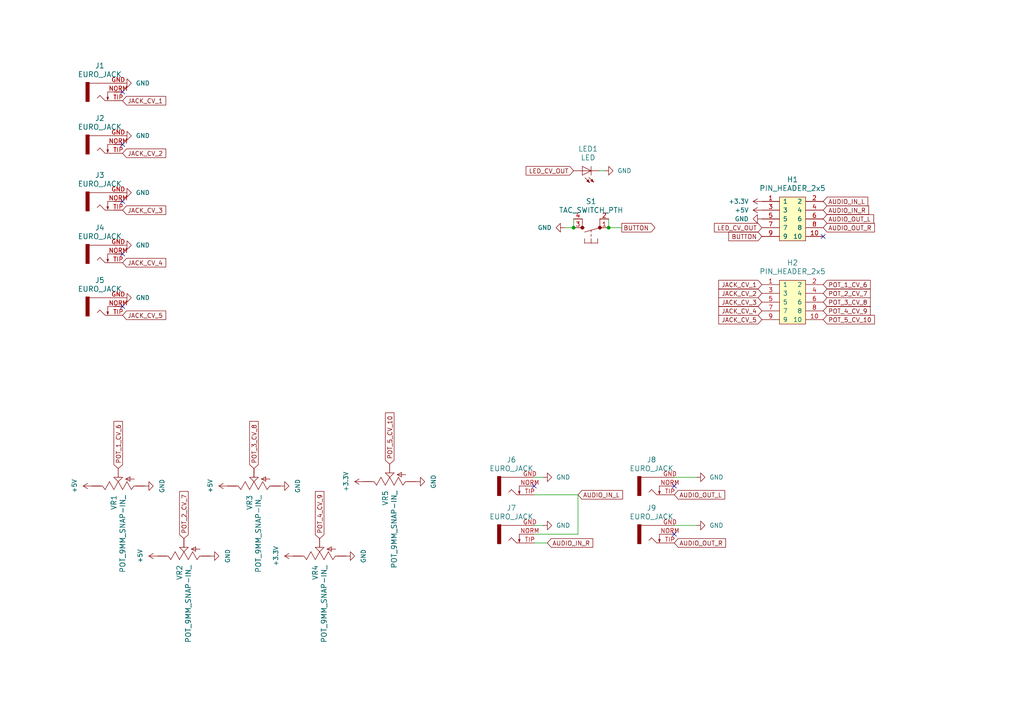
<source format=kicad_sch>
(kicad_sch (version 20230121) (generator eeschema)
  (paper "A4")
  (title_block (title "Lichen Bifocals") (date "2024-02-05") (rev "1.0") (company "Lichen Community Systems"))
  (lib_symbols
    (symbol "ES_Daisy_Patch_SM_FB_Rev1-eagle-import:EURO_JACK" (pin_names (offset 1.016))
      (property "Reference" "J" (at -2.54 4.064 0))
      (property "Value" "EURO_JACK" (at -5.08 -6.35 0))
      (symbol "EURO_JACK_1_0"
        (polyline (pts (xy -2.54 -2.54) (xy 4.572 -2.54)))
        (polyline (pts (xy -2.54 0) (xy -0.762 0)))
        (polyline (pts (xy -2.54 2.54) (xy 0 2.54)))
        (polyline (pts (xy -1.016 1.524) (xy -0.508 1.524)))
        (polyline (pts (xy -0.762 0) (xy -0.762 2.286)))
        (polyline (pts (xy -0.762 2.286) (xy -1.016 1.524)))
        (polyline (pts (xy -0.508 1.524) (xy -0.762 2.286)))
        (polyline (pts (xy 0 2.54) (xy 1.524 1.016)))
        (polyline (pts (xy 1.524 1.016) (xy 2.286 1.778)))
        (rectangle (start 5.588 -2.794) (end 4.572 2.794) (fill (type outline)))
        (pin passive line (at -5.08 -2.54 0) (length 2.54) (name "GND") (number "GND"))
        (pin passive line (at -5.08 0 0) (length 2.54) (name "NORM") (number "NORM"))
        (pin passive line (at -5.08 2.54 0) (length 2.54) (name "TIP") (number "TIP"))
      )
    )
    (symbol "ES_Daisy_Patch_SM_FB_Rev1-eagle-import:LED" (pin_names (offset 1.016))
      (property "Reference" "LED" (at 3.556 -4.572 90))
      (property "Value" "LED" (at 5.715 -4.572 90))
      (symbol "LED_1_0"
        (polyline (pts (xy -2.032 -0.762) (xy -3.429 -2.159)))
        (polyline (pts (xy -1.905 -1.905) (xy -3.302 -3.302)))
        (polyline (pts (xy 0 -2.54) (xy -1.27 -2.54)))
        (polyline (pts (xy 0 -2.54) (xy -1.27 0)))
        (polyline (pts (xy 0 0) (xy -1.27 0)))
        (polyline (pts (xy 0 0) (xy 0 -2.54)))
        (polyline (pts (xy 1.27 -2.54) (xy 0 -2.54)))
        (polyline (pts (xy 1.27 0) (xy 0 -2.54)))
        (polyline (pts (xy 1.27 0) (xy 0 0)))
        (polyline (pts (xy -3.429 -2.159) (xy -3.048 -1.27) (xy -2.54 -1.778)) (fill (type outline)))
        (polyline (pts (xy -3.302 -3.302) (xy -2.921 -2.413) (xy -2.413 -2.921)) (fill (type outline)))
        (pin passive line (at 0 2.54 270) (length 2.54) (name "A") (number "A"))
        (pin passive line (at 0 -5.08 90) (length 2.54) (name "C") (number "K"))
      )
    )
    (symbol "ES_Daisy_Patch_SM_FB_Rev1-eagle-import:POT_9MM_SNAP-IN_" (pin_names (offset 1.016))
      (property "Reference" "VR" (at -5.08 -2.54 90))
      (property "Value" "POT_9MM_SNAP-IN_" (at -2.54 -2.54 90))
      (symbol "POT_9MM_SNAP-IN__1_0"
        (polyline (pts (xy -1.016 -3.81) (xy 1.27 -2.54)))
        (polyline (pts (xy -1.016 -1.27) (xy 1.27 0)))
        (polyline (pts (xy -1.016 1.27) (xy 1.27 2.54)))
        (polyline (pts (xy -1.016 3.81) (xy 0 4.572)))
        (polyline (pts (xy 0 -5.08) (xy 0 -4.572)))
        (polyline (pts (xy 0 -4.572) (xy -1.016 -3.81)))
        (polyline (pts (xy 0 4.572) (xy 0 5.08)))
        (polyline (pts (xy 1.27 -2.54) (xy -1.016 -1.27)))
        (polyline (pts (xy 1.27 0) (xy -1.016 1.27)))
        (polyline (pts (xy 1.27 0) (xy 2.54 1.27)))
        (polyline (pts (xy 1.27 2.54) (xy -1.016 3.81)))
        (polyline (pts (xy 1.397 -3.429) (xy 2.032 -2.159)))
        (polyline (pts (xy 2.032 -4.699) (xy 2.032 -2.159)))
        (polyline (pts (xy 2.032 -2.159) (xy 2.667 -3.429)))
        (polyline (pts (xy 2.54 -1.27) (xy 1.27 0)))
        (polyline (pts (xy 2.54 1.27) (xy 2.54 -1.27)))
        (polyline (pts (xy 2.667 -3.429) (xy 1.397 -3.429)))
        (pin passive line (at 0 -7.62 90) (length 2.54) (name "1") (number "1"))
        (pin passive line (at 5.08 0 180) (length 2.54) (name "2") (number "2"))
        (pin passive line (at 0 7.62 270) (length 2.54) (name "3") (number "3"))
      )
    )
    (symbol "ES_Daisy_Patch_SM_FB_Rev1-eagle-import:TAC_SWITCH_PTH" (pin_names (offset 1.016))
      (property "Reference" "S" (at -2.54 6.35 0))
      (property "Value" "TAC_SWITCH_PTH" (at -2.54 -6.35 0))
      (symbol "TAC_SWITCH_PTH_1_0"
        (circle (center -2.54 0) (radius 0.127) (stroke (width 0.4064)))
        (polyline (pts (xy -2.54 -2.54) (xy -2.54 0)))
        (polyline (pts (xy -2.54 0) (xy 1.905 1.27)))
        (polyline (pts (xy -1.905 4.445) (xy -1.905 3.175)))
        (polyline (pts (xy 0 1.27) (xy 0 0.635)))
        (polyline (pts (xy 0 2.54) (xy 0 1.905)))
        (polyline (pts (xy 0 4.445) (xy -1.905 4.445)))
        (polyline (pts (xy 0 4.445) (xy 0 3.175)))
        (polyline (pts (xy 1.905 0) (xy 2.54 0)))
        (polyline (pts (xy 1.905 4.445) (xy 0 4.445)))
        (polyline (pts (xy 1.905 4.445) (xy 1.905 3.175)))
        (polyline (pts (xy 2.54 -2.54) (xy 2.54 0)))
        (circle (center 2.54 0) (radius 0.127) (stroke (width 0.4064)))
        (pin passive line (at -5.08 0 0) (length 2.54) (name "1") (number "1"))
        (pin passive line (at -5.08 -2.54 0) (length 2.54) (name "2") (number "2"))
        (pin passive line (at 5.08 0 180) (length 2.54) (name "3") (number "3"))
        (pin passive line (at 5.08 -2.54 180) (length 2.54) (name "4") (number "4"))
      )
    )
    (symbol "eurocad:PIN_HEADER_2x5" (pin_names (offset 1.016))
      (property "Reference" "H" (at 0 -7.62 0))
      (property "Value" "PIN_HEADER_2x5" (at 0 7.62 0))
      (symbol "PIN_HEADER_2x5_0_1"
        (rectangle (start -3.81 6.35) (end 3.81 -6.35) (fill (type background)))
      )
      (symbol "PIN_HEADER_2x5_1_1"
        (pin bidirectional line (at -8.89 5.08 0) (length 5.08) (name "1") (number "1"))
        (pin bidirectional line (at 8.89 -5.08 180) (length 5.08) (name "10") (number "10"))
        (pin bidirectional line (at 8.89 5.08 180) (length 5.08) (name "2") (number "2"))
        (pin bidirectional line (at -8.89 2.54 0) (length 5.08) (name "3") (number "3"))
        (pin bidirectional line (at 8.89 2.54 180) (length 5.08) (name "4") (number "4"))
        (pin bidirectional line (at -8.89 0 0) (length 5.08) (name "5") (number "5"))
        (pin bidirectional line (at 8.89 0 180) (length 5.08) (name "6") (number "6"))
        (pin bidirectional line (at -8.89 -2.54 0) (length 5.08) (name "7") (number "7"))
        (pin bidirectional line (at 8.89 -2.54 180) (length 5.08) (name "8") (number "8"))
        (pin bidirectional line (at -8.89 -5.08 0) (length 5.08) (name "9") (number "9"))
      )
    )
    (symbol "power:+3.3V" (power) (pin_names (offset 0))
      (property "Value" "+3.3V" (at 0 3.556 0))
      (symbol "+3.3V_0_1"
        (polyline (pts (xy -0.762 1.27) (xy 0 2.54)))
        (polyline (pts (xy 0 0) (xy 0 2.54)))
        (polyline (pts (xy 0 2.54) (xy 0.762 1.27)))
      )
      (symbol "+3.3V_1_1"
        (pin power_in line (at 0 0 90) (length 0) hide (name "+3.3V") (number "1"))
      )
    )
    (symbol "power:+5V" (power) (pin_names (offset 0))
      (property "Value" "+5V" (at 0 3.556 0))
      (symbol "+5V_0_1"
        (polyline (pts (xy -0.762 1.27) (xy 0 2.54)))
        (polyline (pts (xy 0 0) (xy 0 2.54)))
        (polyline (pts (xy 0 2.54) (xy 0.762 1.27)))
      )
      (symbol "+5V_1_1"
        (pin power_in line (at 0 0 90) (length 0) hide (name "+5V") (number "1"))
      )
    )
    (symbol "power:GND" (power) (pin_names (offset 0))
      (property "Value" "GND" (at 0 -3.81 0))
      (symbol "GND_0_1"
        (polyline (pts (xy 0 0) (xy 0 -1.27) (xy 1.27 -1.27) (xy 0 -2.54) (xy -1.27 -1.27) (xy 0 -1.27)))
      )
      (symbol "GND_1_1"
        (pin power_in line (at 0 0 270) (length 0) hide (name "GND") (number "1"))
      )
    )
  )
  (junction (at 176.53 66.04))
  (junction (at 166.37 66.04))
  (no_connect (at 35.56 88.9))
  (no_connect (at 35.56 58.42))
  (no_connect (at 238.76 68.58))
  (no_connect (at 195.58 140.97))
  (no_connect (at 154.94 140.97))
  (no_connect (at 195.58 154.94))
  (no_connect (at 35.56 41.91))
  (no_connect (at 35.56 26.67))
  (no_connect (at 35.56 73.66))
  (wire (pts (xy 175.26 49.53) (xy 173.99 49.53)))
  (wire (pts (xy 157.48 138.43) (xy 154.94 138.43)))
  (wire (pts (xy 154.94 143.51) (xy 167.64 143.51)))
  (wire (pts (xy 167.64 143.51) (xy 167.64 154.94)))
  (wire (pts (xy 201.93 138.43) (xy 195.58 138.43)))
  (wire (pts (xy 167.64 154.94) (xy 154.94 154.94)))
  (wire (pts (xy 163.83 66.04) (xy 166.37 66.04)))
  (wire (pts (xy 180.34 66.04) (xy 176.53 66.04)))
  (wire (pts (xy 201.93 152.4) (xy 195.58 152.4)))
  (wire (pts (xy 157.48 152.4) (xy 154.94 152.4)))
  (wire (pts (xy 158.75 157.48) (xy 154.94 157.48)))
  (wire (pts (xy 166.37 63.5) (xy 166.37 66.04)))
  (wire (pts (xy 176.53 63.5) (xy 176.53 66.04)))
  (global_label "POT_3_CV_8" (shape input) (at 238.76 87.63 0) (property "Intersheetrefs" "${INTERSHEET_REFS}" (effects hide)))
  (global_label "POT_5_CV_10" (shape input) (at 113.03 134.62 90) (property "Intersheetrefs" "${INTERSHEET_REFS}" (effects hide)))
  (global_label "JACK_CV_3" (shape input) (at 35.56 60.96 0) (property "Intersheetrefs" "${INTERSHEET_REFS}" (effects hide)))
  (global_label "AUDIO_IN_R" (shape input) (at 238.76 60.96 0) (property "Intersheetrefs" "${INTERSHEET_REFS}" (effects hide)))
  (global_label "LED_CV_OUT" (shape input) (at 220.98 66.04 180) (property "Intersheetrefs" "${INTERSHEET_REFS}" (effects hide)))
  (global_label "AUDIO_OUT_R" (shape input) (at 195.58 157.48 0) (property "Intersheetrefs" "${INTERSHEET_REFS}" (effects hide)))
  (global_label "JACK_CV_2" (shape input) (at 220.98 85.09 180) (property "Intersheetrefs" "${INTERSHEET_REFS}" (effects hide)))
  (global_label "POT_5_CV_10" (shape input) (at 238.76 92.71 0) (property "Intersheetrefs" "${INTERSHEET_REFS}" (effects hide)))
  (global_label "POT_3_CV_8" (shape input) (at 73.66 135.89 90) (property "Intersheetrefs" "${INTERSHEET_REFS}" (effects hide)))
  (global_label "JACK_CV_3" (shape input) (at 220.98 87.63 180) (property "Intersheetrefs" "${INTERSHEET_REFS}" (effects hide)))
  (global_label "JACK_CV_4" (shape input) (at 35.56 76.2 0) (property "Intersheetrefs" "${INTERSHEET_REFS}" (effects hide)))
  (global_label "POT_2_CV_7" (shape input) (at 238.76 85.09 0) (property "Intersheetrefs" "${INTERSHEET_REFS}" (effects hide)))
  (global_label "JACK_CV_5" (shape input) (at 220.98 92.71 180) (property "Intersheetrefs" "${INTERSHEET_REFS}" (effects hide)))
  (global_label "POT_4_CV_9" (shape input) (at 238.76 90.17 0) (property "Intersheetrefs" "${INTERSHEET_REFS}" (effects hide)))
  (global_label "JACK_CV_2" (shape input) (at 35.56 44.45 0) (property "Intersheetrefs" "${INTERSHEET_REFS}" (effects hide)))
  (global_label "AUDIO_IN_L" (shape input) (at 167.64 143.51 0) (property "Intersheetrefs" "${INTERSHEET_REFS}" (effects hide)))
  (global_label "LED_CV_OUT" (shape input) (at 166.37 49.53 180) (property "Intersheetrefs" "${INTERSHEET_REFS}" (effects hide)))
  (global_label "JACK_CV_1" (shape input) (at 220.98 82.55 180) (property "Intersheetrefs" "${INTERSHEET_REFS}" (effects hide)))
  (global_label "POT_1_CV_6" (shape input) (at 238.76 82.55 0) (property "Intersheetrefs" "${INTERSHEET_REFS}" (effects hide)))
  (global_label "JACK_CV_4" (shape input) (at 220.98 90.17 180) (property "Intersheetrefs" "${INTERSHEET_REFS}" (effects hide)))
  (global_label "BUTTON" (shape output) (at 180.34 66.04 0) (property "Intersheetrefs" "${INTERSHEET_REFS}" (effects hide)))
  (global_label "POT_2_CV_7" (shape input) (at 53.34 156.21 90) (property "Intersheetrefs" "${INTERSHEET_REFS}" (effects hide)))
  (global_label "POT_1_CV_6" (shape input) (at 34.29 135.89 90) (property "Intersheetrefs" "${INTERSHEET_REFS}" (effects hide)))
  (global_label "BUTTON" (shape input) (at 220.98 68.58 180) (property "Intersheetrefs" "${INTERSHEET_REFS}" (effects hide)))
  (global_label "JACK_CV_5" (shape input) (at 35.56 91.44 0) (property "Intersheetrefs" "${INTERSHEET_REFS}" (effects hide)))
  (global_label "POT_4_CV_9" (shape input) (at 92.71 156.21 90) (property "Intersheetrefs" "${INTERSHEET_REFS}" (effects hide)))
  (global_label "AUDIO_IN_L" (shape input) (at 238.76 58.42 0) (property "Intersheetrefs" "${INTERSHEET_REFS}" (effects hide)))
  (global_label "AUDIO_OUT_R" (shape input) (at 238.76 66.04 0) (property "Intersheetrefs" "${INTERSHEET_REFS}" (effects hide)))
  (global_label "AUDIO_OUT_L" (shape input) (at 238.76 63.5 0) (property "Intersheetrefs" "${INTERSHEET_REFS}" (effects hide)))
  (global_label "AUDIO_IN_R" (shape input) (at 158.75 157.48 0) (property "Intersheetrefs" "${INTERSHEET_REFS}" (effects hide)))
  (global_label "JACK_CV_1" (shape input) (at 35.56 29.21 0) (property "Intersheetrefs" "${INTERSHEET_REFS}" (effects hide)))
  (global_label "AUDIO_OUT_L" (shape input) (at 195.58 143.51 0) (property "Intersheetrefs" "${INTERSHEET_REFS}" (effects hide)))
  (symbol (lib_id "eurocad:PIN_HEADER_2x5") (at 229.87 87.63 0) (unit 1)
    (property "Reference" "H2" (at 229.87 76.2 0) (effects (font (size 1.524 1.524))))
    (property "Value" "PIN_HEADER_2x5" (at 229.87 78.74 0) (effects (font (size 1.524 1.524))))
    (property "Footprint" "PCM_4ms_Connector:Pins_2x05_2.54mm_TH" (effects hide))
  )
  (symbol (lib_id "power:GND") (at 120.65 139.7 90) (unit 1)
    (property "Reference" "#PWR018" (effects hide))
    (property "Value" "GND" (at 125.73 139.7 0))
  )
  (symbol (lib_id "ES_Daisy_Patch_SM_FB_Rev1-eagle-import:EURO_JACK") (at 149.86 140.97 180) (unit 1)
    (property "Reference" "J6" (at 148.336 133.35 0) (effects (font (size 1.4986 1.4986))))
    (property "Value" "EURO_JACK" (at 148.336 135.89 0) (effects (font (size 1.4986 1.4986))))
    (property "Footprint" "ES_Daisy_Patch_SM_FB_Rev1:S_JACK" (effects hide))
  )
  (symbol (lib_id "ES_Daisy_Patch_SM_FB_Rev1-eagle-import:POT_9MM_SNAP-IN_") (at 34.29 140.97 90) (unit 1)
    (property "Reference" "VR1" (at 33.0199 143.51 0) (effects (font (size 1.4986 1.4986)) (justify right)))
    (property "Value" "POT_9MM_SNAP-IN_" (at 35.5599 143.51 0) (effects (font (size 1.4986 1.4986)) (justify right)))
    (property "Footprint" "ES_Daisy_Patch_SM_FB_Rev1:9MM_SNAP-IN_POT_SILK" (effects hide))
  )
  (symbol (lib_id "power:+5V") (at 45.72 161.29 90) (unit 1)
    (property "Reference" "#PWR026" (effects hide))
    (property "Value" "+5V" (at 40.64 161.29 0))
  )
  (symbol (lib_id "power:+5V") (at 66.04 140.97 90) (unit 1)
    (property "Reference" "#PWR025" (effects hide))
    (property "Value" "+5V" (at 60.96 140.97 0))
  )
  (symbol (lib_id "power:+5V") (at 26.67 140.97 90) (unit 1)
    (property "Reference" "#PWR027" (effects hide))
    (property "Value" "+5V" (at 21.59 140.97 0))
  )
  (symbol (lib_id "power:GND") (at 41.91 140.97 90) (unit 1)
    (property "Reference" "#PWR022" (effects hide))
    (property "Value" "GND" (at 46.99 140.97 0))
  )
  (symbol (lib_id "power:GND") (at 175.26 49.53 90) (unit 1)
    (property "Reference" "#PWR029" (effects hide))
    (property "Value" "GND" (at 179.07 49.53 90) (effects (justify right)))
  )
  (symbol (lib_id "ES_Daisy_Patch_SM_FB_Rev1-eagle-import:EURO_JACK") (at 30.48 73.66 180) (unit 1)
    (property "Reference" "J4" (at 28.956 66.04 0) (effects (font (size 1.4986 1.4986))))
    (property "Value" "EURO_JACK" (at 28.956 68.58 0) (effects (font (size 1.4986 1.4986))))
    (property "Footprint" "ES_Daisy_Patch_SM_FB_Rev1:S_JACK" (effects hide))
  )
  (symbol (lib_id "ES_Daisy_Patch_SM_FB_Rev1-eagle-import:TAC_SWITCH_PTH") (at 171.45 66.04 180) (unit 1)
    (property "Reference" "S1" (at 171.45 58.42 0) (effects (font (size 1.4986 1.4986))))
    (property "Value" "TAC_SWITCH_PTH" (at 171.45 60.96 0) (effects (font (size 1.4986 1.4986))))
    (property "Footprint" "ES_Daisy_Patch_SM_FB_Rev1:TL1105SPF250Q_SILK" (effects hide))
  )
  (symbol (lib_id "power:+3.3V") (at 85.09 161.29 90) (unit 1)
    (property "Reference" "#PWR024" (effects hide))
    (property "Value" "+3.3V" (at 80.01 161.29 0))
  )
  (symbol (lib_id "ES_Daisy_Patch_SM_FB_Rev1-eagle-import:EURO_JACK") (at 30.48 41.91 180) (unit 1)
    (property "Reference" "J2" (at 28.956 34.29 0) (effects (font (size 1.4986 1.4986))))
    (property "Value" "EURO_JACK" (at 28.956 36.83 0) (effects (font (size 1.4986 1.4986))))
    (property "Footprint" "ES_Daisy_Patch_SM_FB_Rev1:S_JACK" (effects hide))
  )
  (symbol (lib_id "power:GND") (at 35.56 39.37 90) (unit 1)
    (property "Reference" "#PWR015" (effects hide))
    (property "Value" "GND" (at 39.37 39.37 90) (effects (justify right)))
  )
  (symbol (lib_id "power:GND") (at 157.48 138.43 90) (unit 1)
    (property "Reference" "#PWR09" (effects hide))
    (property "Value" "GND" (at 161.29 138.43 90) (effects (justify right)))
  )
  (symbol (lib_id "power:GND") (at 35.56 55.88 90) (unit 1)
    (property "Reference" "#PWR014" (effects hide))
    (property "Value" "GND" (at 39.37 55.88 90) (effects (justify right)))
  )
  (symbol (lib_id "power:GND") (at 201.93 138.43 90) (unit 1)
    (property "Reference" "#PWR010" (effects hide))
    (property "Value" "GND" (at 205.74 138.43 90) (effects (justify right)))
  )
  (symbol (lib_id "power:GND") (at 100.33 161.29 90) (unit 1)
    (property "Reference" "#PWR019" (effects hide))
    (property "Value" "GND" (at 105.41 161.29 0))
  )
  (symbol (lib_id "ES_Daisy_Patch_SM_FB_Rev1-eagle-import:POT_9MM_SNAP-IN_") (at 113.03 139.7 90) (unit 1)
    (property "Reference" "VR5" (at 111.7599 142.24 0) (effects (font (size 1.4986 1.4986)) (justify right)))
    (property "Value" "POT_9MM_SNAP-IN_" (at 114.2999 142.24 0) (effects (font (size 1.4986 1.4986)) (justify right)))
    (property "Footprint" "ES_Daisy_Patch_SM_FB_Rev1:9MM_SNAP-IN_POT_SILK" (effects hide))
  )
  (symbol (lib_id "ES_Daisy_Patch_SM_FB_Rev1-eagle-import:POT_9MM_SNAP-IN_") (at 92.71 161.29 90) (unit 1)
    (property "Reference" "VR4" (at 91.4399 163.83 0) (effects (font (size 1.4986 1.4986)) (justify right)))
    (property "Value" "POT_9MM_SNAP-IN_" (at 93.9799 163.83 0) (effects (font (size 1.4986 1.4986)) (justify right)))
    (property "Footprint" "ES_Daisy_Patch_SM_FB_Rev1:9MM_SNAP-IN_POT_SILK" (effects hide))
  )
  (symbol (lib_id "power:GND") (at 35.56 71.12 90) (unit 1)
    (property "Reference" "#PWR013" (effects hide))
    (property "Value" "GND" (at 39.37 71.12 90) (effects (justify right)))
  )
  (symbol (lib_id "power:GND") (at 35.56 24.13 90) (unit 1)
    (property "Reference" "#PWR016" (effects hide))
    (property "Value" "GND" (at 39.37 24.13 90) (effects (justify right)))
  )
  (symbol (lib_id "ES_Daisy_Patch_SM_FB_Rev1-eagle-import:POT_9MM_SNAP-IN_") (at 53.34 161.29 90) (unit 1)
    (property "Reference" "VR2" (at 52.0699 163.83 0) (effects (font (size 1.4986 1.4986)) (justify right)))
    (property "Value" "POT_9MM_SNAP-IN_" (at 54.6099 163.83 0) (effects (font (size 1.4986 1.4986)) (justify right)))
    (property "Footprint" "ES_Daisy_Patch_SM_FB_Rev1:9MM_SNAP-IN_POT_SILK" (effects hide))
  )
  (symbol (lib_id "ES_Daisy_Patch_SM_FB_Rev1-eagle-import:EURO_JACK") (at 30.48 26.67 180) (unit 1)
    (property "Reference" "J1" (at 28.956 19.05 0) (effects (font (size 1.4986 1.4986))))
    (property "Value" "EURO_JACK" (at 28.956 21.59 0) (effects (font (size 1.4986 1.4986))))
    (property "Footprint" "ES_Daisy_Patch_SM_FB_Rev1:S_JACK" (effects hide))
  )
  (symbol (lib_id "power:GND") (at 81.28 140.97 90) (unit 1)
    (property "Reference" "#PWR020" (effects hide))
    (property "Value" "GND" (at 86.36 140.97 0))
  )
  (symbol (lib_id "power:GND") (at 201.93 152.4 90) (unit 1)
    (property "Reference" "#PWR011" (effects hide))
    (property "Value" "GND" (at 205.74 152.4 90) (effects (justify right)))
  )
  (symbol (lib_id "ES_Daisy_Patch_SM_FB_Rev1-eagle-import:EURO_JACK") (at 190.5 154.94 180) (unit 1)
    (property "Reference" "J9" (at 188.976 147.32 0) (effects (font (size 1.4986 1.4986))))
    (property "Value" "EURO_JACK" (at 188.976 149.86 0) (effects (font (size 1.4986 1.4986))))
    (property "Footprint" "ES_Daisy_Patch_SM_FB_Rev1:S_JACK" (effects hide))
  )
  (symbol (lib_id "ES_Daisy_Patch_SM_FB_Rev1-eagle-import:POT_9MM_SNAP-IN_") (at 73.66 140.97 90) (unit 1)
    (property "Reference" "VR3" (at 72.3899 143.51 0) (effects (font (size 1.4986 1.4986)) (justify right)))
    (property "Value" "POT_9MM_SNAP-IN_" (at 74.9299 143.51 0) (effects (font (size 1.4986 1.4986)) (justify right)))
    (property "Footprint" "ES_Daisy_Patch_SM_FB_Rev1:9MM_SNAP-IN_POT_SILK" (effects hide))
  )
  (symbol (lib_id "power:GND") (at 163.83 66.04 270) (unit 1)
    (property "Reference" "#PWR04" (effects hide))
    (property "Value" "GND" (at 160.02 66.04 90) (effects (justify right)))
  )
  (symbol (lib_id "eurocad:PIN_HEADER_2x5") (at 229.87 63.5 0) (unit 1)
    (property "Reference" "H1" (at 229.87 52.07 0) (effects (font (size 1.524 1.524))))
    (property "Value" "PIN_HEADER_2x5" (at 229.87 54.61 0) (effects (font (size 1.524 1.524))))
    (property "Footprint" "PCM_4ms_Connector:Pins_2x05_2.54mm_TH" (effects hide))
  )
  (symbol (lib_id "power:+3.3V") (at 105.41 139.7 90) (unit 1)
    (property "Reference" "#PWR023" (effects hide))
    (property "Value" "+3.3V" (at 100.33 139.7 0))
  )
  (symbol (lib_id "power:GND") (at 157.48 152.4 90) (unit 1)
    (property "Reference" "#PWR017" (effects hide))
    (property "Value" "GND" (at 161.29 152.4 90) (effects (justify right)))
  )
  (symbol (lib_id "ES_Daisy_Patch_SM_FB_Rev1-eagle-import:EURO_JACK") (at 30.48 88.9 180) (unit 1)
    (property "Reference" "J5" (at 28.956 81.28 0) (effects (font (size 1.4986 1.4986))))
    (property "Value" "EURO_JACK" (at 28.956 83.82 0) (effects (font (size 1.4986 1.4986))))
    (property "Footprint" "ES_Daisy_Patch_SM_FB_Rev1:S_JACK" (effects hide))
  )
  (symbol (lib_id "power:+5V") (at 220.98 60.96 90) (unit 1)
    (property "Reference" "#PWR02" (effects hide))
    (property "Value" "+5V" (at 217.17 60.96 90) (effects (justify left)))
  )
  (symbol (lib_id "ES_Daisy_Patch_SM_FB_Rev1-eagle-import:EURO_JACK") (at 30.48 58.42 180) (unit 1)
    (property "Reference" "J3" (at 28.956 50.8 0) (effects (font (size 1.4986 1.4986))))
    (property "Value" "EURO_JACK" (at 28.956 53.34 0) (effects (font (size 1.4986 1.4986))))
    (property "Footprint" "ES_Daisy_Patch_SM_FB_Rev1:S_JACK" (effects hide))
  )
  (symbol (lib_id "power:GND") (at 220.98 63.5 270) (unit 1)
    (property "Reference" "#PWR03" (effects hide))
    (property "Value" "GND" (at 217.17 63.5 90) (effects (justify right)))
  )
  (symbol (lib_id "power:GND") (at 60.96 161.29 90) (unit 1)
    (property "Reference" "#PWR021" (effects hide))
    (property "Value" "GND" (at 66.04 161.29 0))
  )
  (symbol (lib_id "power:GND") (at 35.56 86.36 90) (unit 1)
    (property "Reference" "#PWR012" (effects hide))
    (property "Value" "GND" (at 39.37 86.36 90) (effects (justify right)))
  )
  (symbol (lib_id "ES_Daisy_Patch_SM_FB_Rev1-eagle-import:LED") (at 168.91 49.53 90) (unit 1)
    (property "Reference" "LED1" (at 170.561 43.18 90) (effects (font (size 1.4986 1.4986))))
    (property "Value" "LED" (at 170.561 45.72 90) (effects (font (size 1.4986 1.4986))))
    (property "Footprint" "ES_Daisy_Patch_SM_FB_Rev1:LED" (effects hide))
  )
  (symbol (lib_id "ES_Daisy_Patch_SM_FB_Rev1-eagle-import:EURO_JACK") (at 149.86 154.94 180) (unit 1)
    (property "Reference" "J7" (at 148.336 147.32 0) (effects (font (size 1.4986 1.4986))))
    (property "Value" "EURO_JACK" (at 148.336 149.86 0) (effects (font (size 1.4986 1.4986))))
    (property "Footprint" "ES_Daisy_Patch_SM_FB_Rev1:S_JACK" (effects hide))
  )
  (symbol (lib_id "ES_Daisy_Patch_SM_FB_Rev1-eagle-import:EURO_JACK") (at 190.5 140.97 180) (unit 1)
    (property "Reference" "J8" (at 188.976 133.35 0) (effects (font (size 1.4986 1.4986))))
    (property "Value" "EURO_JACK" (at 188.976 135.89 0) (effects (font (size 1.4986 1.4986))))
    (property "Footprint" "ES_Daisy_Patch_SM_FB_Rev1:S_JACK" (effects hide))
  )
  (symbol (lib_id "power:+3.3V") (at 220.98 58.42 90) (unit 1)
    (property "Reference" "#PWR01" (effects hide))
    (property "Value" "+3.3V" (at 217.17 58.42 90) (effects (justify left)))
  )
)
</source>
